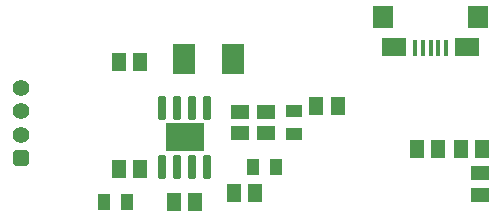
<source format=gbr>
G04*
G04 #@! TF.GenerationSoftware,Altium Limited,Altium Designer,23.0.1 (38)*
G04*
G04 Layer_Color=255*
%FSLAX25Y25*%
%MOIN*%
G70*
G04*
G04 #@! TF.SameCoordinates,8F8842E6-A163-4070-9E61-B2F925759E80*
G04*
G04*
G04 #@! TF.FilePolarity,Positive*
G04*
G01*
G75*
%ADD16R,0.04134X0.05315*%
%ADD17R,0.05906X0.04724*%
%ADD18R,0.05315X0.04134*%
G04:AMPARAMS|DCode=55|XSize=55.12mil|YSize=55.12mil|CornerRadius=13.78mil|HoleSize=0mil|Usage=FLASHONLY|Rotation=90.000|XOffset=0mil|YOffset=0mil|HoleType=Round|Shape=RoundedRectangle|*
%AMROUNDEDRECTD55*
21,1,0.05512,0.02756,0,0,90.0*
21,1,0.02756,0.05512,0,0,90.0*
1,1,0.02756,0.01378,0.01378*
1,1,0.02756,0.01378,-0.01378*
1,1,0.02756,-0.01378,-0.01378*
1,1,0.02756,-0.01378,0.01378*
%
%ADD55ROUNDEDRECTD55*%
%ADD56C,0.05512*%
%ADD59R,0.04724X0.05906*%
G04:AMPARAMS|DCode=60|XSize=77.56mil|YSize=23.62mil|CornerRadius=2.95mil|HoleSize=0mil|Usage=FLASHONLY|Rotation=90.000|XOffset=0mil|YOffset=0mil|HoleType=Round|Shape=RoundedRectangle|*
%AMROUNDEDRECTD60*
21,1,0.07756,0.01772,0,0,90.0*
21,1,0.07165,0.02362,0,0,90.0*
1,1,0.00591,0.00886,0.03583*
1,1,0.00591,0.00886,-0.03583*
1,1,0.00591,-0.00886,-0.03583*
1,1,0.00591,-0.00886,0.03583*
%
%ADD60ROUNDEDRECTD60*%
%ADD61R,0.12992X0.09488*%
%ADD62R,0.08268X0.06299*%
%ADD63R,0.01575X0.05315*%
%ADD64R,0.07087X0.07480*%
%ADD65R,0.07480X0.09843*%
D16*
X357339Y223500D02*
D03*
X349661D02*
D03*
X406839Y235000D02*
D03*
X399161D02*
D03*
D17*
X395000Y246457D02*
D03*
Y253543D02*
D03*
X403500Y246413D02*
D03*
Y253500D02*
D03*
X475000Y225957D02*
D03*
Y233043D02*
D03*
D18*
X413000Y246161D02*
D03*
Y253839D02*
D03*
D55*
X322000Y238000D02*
D03*
D56*
Y245874D02*
D03*
Y253748D02*
D03*
Y261622D02*
D03*
D59*
X354457Y234500D02*
D03*
X361543D02*
D03*
X361543Y270000D02*
D03*
X354457D02*
D03*
X400043Y226500D02*
D03*
X392957D02*
D03*
X420413Y255500D02*
D03*
X427500D02*
D03*
X373000Y223500D02*
D03*
X380087D02*
D03*
X475543Y241000D02*
D03*
X468457D02*
D03*
X461043D02*
D03*
X453957D02*
D03*
D60*
X384000Y235256D02*
D03*
X379000D02*
D03*
X374000D02*
D03*
X369000D02*
D03*
Y254744D02*
D03*
X374000D02*
D03*
X379000D02*
D03*
X384000D02*
D03*
D61*
X376500Y245000D02*
D03*
D62*
X470705Y275291D02*
D03*
X446295Y275276D02*
D03*
D63*
X463618Y274685D02*
D03*
X461059D02*
D03*
X458500D02*
D03*
X455941D02*
D03*
X453382D02*
D03*
D64*
X442752Y285315D02*
D03*
X474248D02*
D03*
D65*
X376429Y271000D02*
D03*
X392571D02*
D03*
M02*

</source>
